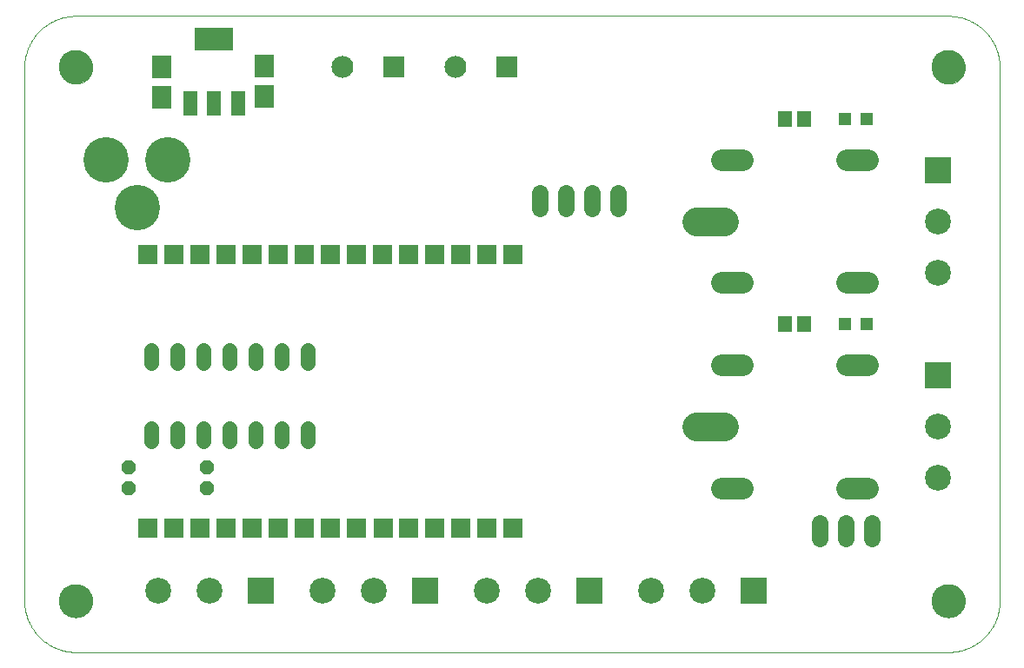
<source format=gts>
G75*
%MOIN*%
%OFA0B0*%
%FSLAX25Y25*%
%IPPOS*%
%LPD*%
%AMOC8*
5,1,8,0,0,1.08239X$1,22.5*
%
%ADD10C,0.00000*%
%ADD11R,0.07487X0.08865*%
%ADD12R,0.05200X0.09200*%
%ADD13R,0.14573X0.09061*%
%ADD14C,0.17400*%
%ADD15R,0.09900X0.09900*%
%ADD16C,0.09900*%
%ADD17R,0.07400X0.07400*%
%ADD18C,0.12998*%
%ADD19C,0.05600*%
%ADD20C,0.08200*%
%ADD21C,0.11050*%
%ADD22R,0.05518X0.06306*%
%ADD23R,0.05124X0.05124*%
%ADD24C,0.06400*%
%ADD25R,0.08400X0.08400*%
%ADD26C,0.08400*%
%ADD27OC8,0.05600*%
D10*
X0023622Y0002016D02*
X0358268Y0002016D01*
X0351969Y0021701D02*
X0351971Y0021859D01*
X0351977Y0022017D01*
X0351987Y0022175D01*
X0352001Y0022333D01*
X0352019Y0022490D01*
X0352040Y0022647D01*
X0352066Y0022803D01*
X0352096Y0022959D01*
X0352129Y0023114D01*
X0352167Y0023267D01*
X0352208Y0023420D01*
X0352253Y0023572D01*
X0352302Y0023723D01*
X0352355Y0023872D01*
X0352411Y0024020D01*
X0352471Y0024166D01*
X0352535Y0024311D01*
X0352603Y0024454D01*
X0352674Y0024596D01*
X0352748Y0024736D01*
X0352826Y0024873D01*
X0352908Y0025009D01*
X0352992Y0025143D01*
X0353081Y0025274D01*
X0353172Y0025403D01*
X0353267Y0025530D01*
X0353364Y0025655D01*
X0353465Y0025777D01*
X0353569Y0025896D01*
X0353676Y0026013D01*
X0353786Y0026127D01*
X0353899Y0026238D01*
X0354014Y0026347D01*
X0354132Y0026452D01*
X0354253Y0026554D01*
X0354376Y0026654D01*
X0354502Y0026750D01*
X0354630Y0026843D01*
X0354760Y0026933D01*
X0354893Y0027019D01*
X0355028Y0027103D01*
X0355164Y0027182D01*
X0355303Y0027259D01*
X0355444Y0027331D01*
X0355586Y0027401D01*
X0355730Y0027466D01*
X0355876Y0027528D01*
X0356023Y0027586D01*
X0356172Y0027641D01*
X0356322Y0027692D01*
X0356473Y0027739D01*
X0356625Y0027782D01*
X0356778Y0027821D01*
X0356933Y0027857D01*
X0357088Y0027888D01*
X0357244Y0027916D01*
X0357400Y0027940D01*
X0357557Y0027960D01*
X0357715Y0027976D01*
X0357872Y0027988D01*
X0358031Y0027996D01*
X0358189Y0028000D01*
X0358347Y0028000D01*
X0358505Y0027996D01*
X0358664Y0027988D01*
X0358821Y0027976D01*
X0358979Y0027960D01*
X0359136Y0027940D01*
X0359292Y0027916D01*
X0359448Y0027888D01*
X0359603Y0027857D01*
X0359758Y0027821D01*
X0359911Y0027782D01*
X0360063Y0027739D01*
X0360214Y0027692D01*
X0360364Y0027641D01*
X0360513Y0027586D01*
X0360660Y0027528D01*
X0360806Y0027466D01*
X0360950Y0027401D01*
X0361092Y0027331D01*
X0361233Y0027259D01*
X0361372Y0027182D01*
X0361508Y0027103D01*
X0361643Y0027019D01*
X0361776Y0026933D01*
X0361906Y0026843D01*
X0362034Y0026750D01*
X0362160Y0026654D01*
X0362283Y0026554D01*
X0362404Y0026452D01*
X0362522Y0026347D01*
X0362637Y0026238D01*
X0362750Y0026127D01*
X0362860Y0026013D01*
X0362967Y0025896D01*
X0363071Y0025777D01*
X0363172Y0025655D01*
X0363269Y0025530D01*
X0363364Y0025403D01*
X0363455Y0025274D01*
X0363544Y0025143D01*
X0363628Y0025009D01*
X0363710Y0024873D01*
X0363788Y0024736D01*
X0363862Y0024596D01*
X0363933Y0024454D01*
X0364001Y0024311D01*
X0364065Y0024166D01*
X0364125Y0024020D01*
X0364181Y0023872D01*
X0364234Y0023723D01*
X0364283Y0023572D01*
X0364328Y0023420D01*
X0364369Y0023267D01*
X0364407Y0023114D01*
X0364440Y0022959D01*
X0364470Y0022803D01*
X0364496Y0022647D01*
X0364517Y0022490D01*
X0364535Y0022333D01*
X0364549Y0022175D01*
X0364559Y0022017D01*
X0364565Y0021859D01*
X0364567Y0021701D01*
X0364565Y0021543D01*
X0364559Y0021385D01*
X0364549Y0021227D01*
X0364535Y0021069D01*
X0364517Y0020912D01*
X0364496Y0020755D01*
X0364470Y0020599D01*
X0364440Y0020443D01*
X0364407Y0020288D01*
X0364369Y0020135D01*
X0364328Y0019982D01*
X0364283Y0019830D01*
X0364234Y0019679D01*
X0364181Y0019530D01*
X0364125Y0019382D01*
X0364065Y0019236D01*
X0364001Y0019091D01*
X0363933Y0018948D01*
X0363862Y0018806D01*
X0363788Y0018666D01*
X0363710Y0018529D01*
X0363628Y0018393D01*
X0363544Y0018259D01*
X0363455Y0018128D01*
X0363364Y0017999D01*
X0363269Y0017872D01*
X0363172Y0017747D01*
X0363071Y0017625D01*
X0362967Y0017506D01*
X0362860Y0017389D01*
X0362750Y0017275D01*
X0362637Y0017164D01*
X0362522Y0017055D01*
X0362404Y0016950D01*
X0362283Y0016848D01*
X0362160Y0016748D01*
X0362034Y0016652D01*
X0361906Y0016559D01*
X0361776Y0016469D01*
X0361643Y0016383D01*
X0361508Y0016299D01*
X0361372Y0016220D01*
X0361233Y0016143D01*
X0361092Y0016071D01*
X0360950Y0016001D01*
X0360806Y0015936D01*
X0360660Y0015874D01*
X0360513Y0015816D01*
X0360364Y0015761D01*
X0360214Y0015710D01*
X0360063Y0015663D01*
X0359911Y0015620D01*
X0359758Y0015581D01*
X0359603Y0015545D01*
X0359448Y0015514D01*
X0359292Y0015486D01*
X0359136Y0015462D01*
X0358979Y0015442D01*
X0358821Y0015426D01*
X0358664Y0015414D01*
X0358505Y0015406D01*
X0358347Y0015402D01*
X0358189Y0015402D01*
X0358031Y0015406D01*
X0357872Y0015414D01*
X0357715Y0015426D01*
X0357557Y0015442D01*
X0357400Y0015462D01*
X0357244Y0015486D01*
X0357088Y0015514D01*
X0356933Y0015545D01*
X0356778Y0015581D01*
X0356625Y0015620D01*
X0356473Y0015663D01*
X0356322Y0015710D01*
X0356172Y0015761D01*
X0356023Y0015816D01*
X0355876Y0015874D01*
X0355730Y0015936D01*
X0355586Y0016001D01*
X0355444Y0016071D01*
X0355303Y0016143D01*
X0355164Y0016220D01*
X0355028Y0016299D01*
X0354893Y0016383D01*
X0354760Y0016469D01*
X0354630Y0016559D01*
X0354502Y0016652D01*
X0354376Y0016748D01*
X0354253Y0016848D01*
X0354132Y0016950D01*
X0354014Y0017055D01*
X0353899Y0017164D01*
X0353786Y0017275D01*
X0353676Y0017389D01*
X0353569Y0017506D01*
X0353465Y0017625D01*
X0353364Y0017747D01*
X0353267Y0017872D01*
X0353172Y0017999D01*
X0353081Y0018128D01*
X0352992Y0018259D01*
X0352908Y0018393D01*
X0352826Y0018529D01*
X0352748Y0018666D01*
X0352674Y0018806D01*
X0352603Y0018948D01*
X0352535Y0019091D01*
X0352471Y0019236D01*
X0352411Y0019382D01*
X0352355Y0019530D01*
X0352302Y0019679D01*
X0352253Y0019830D01*
X0352208Y0019982D01*
X0352167Y0020135D01*
X0352129Y0020288D01*
X0352096Y0020443D01*
X0352066Y0020599D01*
X0352040Y0020755D01*
X0352019Y0020912D01*
X0352001Y0021069D01*
X0351987Y0021227D01*
X0351977Y0021385D01*
X0351971Y0021543D01*
X0351969Y0021701D01*
X0358268Y0002016D02*
X0358744Y0002022D01*
X0359219Y0002039D01*
X0359694Y0002068D01*
X0360168Y0002108D01*
X0360641Y0002160D01*
X0361112Y0002223D01*
X0361582Y0002297D01*
X0362050Y0002383D01*
X0362516Y0002480D01*
X0362979Y0002588D01*
X0363439Y0002707D01*
X0363897Y0002838D01*
X0364351Y0002979D01*
X0364802Y0003132D01*
X0365248Y0003295D01*
X0365691Y0003469D01*
X0366129Y0003654D01*
X0366563Y0003849D01*
X0366992Y0004055D01*
X0367416Y0004271D01*
X0367835Y0004497D01*
X0368248Y0004733D01*
X0368655Y0004979D01*
X0369056Y0005235D01*
X0369450Y0005501D01*
X0369839Y0005776D01*
X0370220Y0006060D01*
X0370594Y0006353D01*
X0370962Y0006655D01*
X0371322Y0006967D01*
X0371674Y0007286D01*
X0372018Y0007614D01*
X0372355Y0007951D01*
X0372683Y0008295D01*
X0373002Y0008647D01*
X0373314Y0009007D01*
X0373616Y0009375D01*
X0373909Y0009749D01*
X0374193Y0010130D01*
X0374468Y0010519D01*
X0374734Y0010913D01*
X0374990Y0011314D01*
X0375236Y0011721D01*
X0375472Y0012134D01*
X0375698Y0012553D01*
X0375914Y0012977D01*
X0376120Y0013406D01*
X0376315Y0013840D01*
X0376500Y0014278D01*
X0376674Y0014721D01*
X0376837Y0015167D01*
X0376990Y0015618D01*
X0377131Y0016072D01*
X0377262Y0016530D01*
X0377381Y0016990D01*
X0377489Y0017453D01*
X0377586Y0017919D01*
X0377672Y0018387D01*
X0377746Y0018857D01*
X0377809Y0019328D01*
X0377861Y0019801D01*
X0377901Y0020275D01*
X0377930Y0020750D01*
X0377947Y0021225D01*
X0377953Y0021701D01*
X0377953Y0226425D01*
X0351969Y0226425D02*
X0351971Y0226583D01*
X0351977Y0226741D01*
X0351987Y0226899D01*
X0352001Y0227057D01*
X0352019Y0227214D01*
X0352040Y0227371D01*
X0352066Y0227527D01*
X0352096Y0227683D01*
X0352129Y0227838D01*
X0352167Y0227991D01*
X0352208Y0228144D01*
X0352253Y0228296D01*
X0352302Y0228447D01*
X0352355Y0228596D01*
X0352411Y0228744D01*
X0352471Y0228890D01*
X0352535Y0229035D01*
X0352603Y0229178D01*
X0352674Y0229320D01*
X0352748Y0229460D01*
X0352826Y0229597D01*
X0352908Y0229733D01*
X0352992Y0229867D01*
X0353081Y0229998D01*
X0353172Y0230127D01*
X0353267Y0230254D01*
X0353364Y0230379D01*
X0353465Y0230501D01*
X0353569Y0230620D01*
X0353676Y0230737D01*
X0353786Y0230851D01*
X0353899Y0230962D01*
X0354014Y0231071D01*
X0354132Y0231176D01*
X0354253Y0231278D01*
X0354376Y0231378D01*
X0354502Y0231474D01*
X0354630Y0231567D01*
X0354760Y0231657D01*
X0354893Y0231743D01*
X0355028Y0231827D01*
X0355164Y0231906D01*
X0355303Y0231983D01*
X0355444Y0232055D01*
X0355586Y0232125D01*
X0355730Y0232190D01*
X0355876Y0232252D01*
X0356023Y0232310D01*
X0356172Y0232365D01*
X0356322Y0232416D01*
X0356473Y0232463D01*
X0356625Y0232506D01*
X0356778Y0232545D01*
X0356933Y0232581D01*
X0357088Y0232612D01*
X0357244Y0232640D01*
X0357400Y0232664D01*
X0357557Y0232684D01*
X0357715Y0232700D01*
X0357872Y0232712D01*
X0358031Y0232720D01*
X0358189Y0232724D01*
X0358347Y0232724D01*
X0358505Y0232720D01*
X0358664Y0232712D01*
X0358821Y0232700D01*
X0358979Y0232684D01*
X0359136Y0232664D01*
X0359292Y0232640D01*
X0359448Y0232612D01*
X0359603Y0232581D01*
X0359758Y0232545D01*
X0359911Y0232506D01*
X0360063Y0232463D01*
X0360214Y0232416D01*
X0360364Y0232365D01*
X0360513Y0232310D01*
X0360660Y0232252D01*
X0360806Y0232190D01*
X0360950Y0232125D01*
X0361092Y0232055D01*
X0361233Y0231983D01*
X0361372Y0231906D01*
X0361508Y0231827D01*
X0361643Y0231743D01*
X0361776Y0231657D01*
X0361906Y0231567D01*
X0362034Y0231474D01*
X0362160Y0231378D01*
X0362283Y0231278D01*
X0362404Y0231176D01*
X0362522Y0231071D01*
X0362637Y0230962D01*
X0362750Y0230851D01*
X0362860Y0230737D01*
X0362967Y0230620D01*
X0363071Y0230501D01*
X0363172Y0230379D01*
X0363269Y0230254D01*
X0363364Y0230127D01*
X0363455Y0229998D01*
X0363544Y0229867D01*
X0363628Y0229733D01*
X0363710Y0229597D01*
X0363788Y0229460D01*
X0363862Y0229320D01*
X0363933Y0229178D01*
X0364001Y0229035D01*
X0364065Y0228890D01*
X0364125Y0228744D01*
X0364181Y0228596D01*
X0364234Y0228447D01*
X0364283Y0228296D01*
X0364328Y0228144D01*
X0364369Y0227991D01*
X0364407Y0227838D01*
X0364440Y0227683D01*
X0364470Y0227527D01*
X0364496Y0227371D01*
X0364517Y0227214D01*
X0364535Y0227057D01*
X0364549Y0226899D01*
X0364559Y0226741D01*
X0364565Y0226583D01*
X0364567Y0226425D01*
X0364565Y0226267D01*
X0364559Y0226109D01*
X0364549Y0225951D01*
X0364535Y0225793D01*
X0364517Y0225636D01*
X0364496Y0225479D01*
X0364470Y0225323D01*
X0364440Y0225167D01*
X0364407Y0225012D01*
X0364369Y0224859D01*
X0364328Y0224706D01*
X0364283Y0224554D01*
X0364234Y0224403D01*
X0364181Y0224254D01*
X0364125Y0224106D01*
X0364065Y0223960D01*
X0364001Y0223815D01*
X0363933Y0223672D01*
X0363862Y0223530D01*
X0363788Y0223390D01*
X0363710Y0223253D01*
X0363628Y0223117D01*
X0363544Y0222983D01*
X0363455Y0222852D01*
X0363364Y0222723D01*
X0363269Y0222596D01*
X0363172Y0222471D01*
X0363071Y0222349D01*
X0362967Y0222230D01*
X0362860Y0222113D01*
X0362750Y0221999D01*
X0362637Y0221888D01*
X0362522Y0221779D01*
X0362404Y0221674D01*
X0362283Y0221572D01*
X0362160Y0221472D01*
X0362034Y0221376D01*
X0361906Y0221283D01*
X0361776Y0221193D01*
X0361643Y0221107D01*
X0361508Y0221023D01*
X0361372Y0220944D01*
X0361233Y0220867D01*
X0361092Y0220795D01*
X0360950Y0220725D01*
X0360806Y0220660D01*
X0360660Y0220598D01*
X0360513Y0220540D01*
X0360364Y0220485D01*
X0360214Y0220434D01*
X0360063Y0220387D01*
X0359911Y0220344D01*
X0359758Y0220305D01*
X0359603Y0220269D01*
X0359448Y0220238D01*
X0359292Y0220210D01*
X0359136Y0220186D01*
X0358979Y0220166D01*
X0358821Y0220150D01*
X0358664Y0220138D01*
X0358505Y0220130D01*
X0358347Y0220126D01*
X0358189Y0220126D01*
X0358031Y0220130D01*
X0357872Y0220138D01*
X0357715Y0220150D01*
X0357557Y0220166D01*
X0357400Y0220186D01*
X0357244Y0220210D01*
X0357088Y0220238D01*
X0356933Y0220269D01*
X0356778Y0220305D01*
X0356625Y0220344D01*
X0356473Y0220387D01*
X0356322Y0220434D01*
X0356172Y0220485D01*
X0356023Y0220540D01*
X0355876Y0220598D01*
X0355730Y0220660D01*
X0355586Y0220725D01*
X0355444Y0220795D01*
X0355303Y0220867D01*
X0355164Y0220944D01*
X0355028Y0221023D01*
X0354893Y0221107D01*
X0354760Y0221193D01*
X0354630Y0221283D01*
X0354502Y0221376D01*
X0354376Y0221472D01*
X0354253Y0221572D01*
X0354132Y0221674D01*
X0354014Y0221779D01*
X0353899Y0221888D01*
X0353786Y0221999D01*
X0353676Y0222113D01*
X0353569Y0222230D01*
X0353465Y0222349D01*
X0353364Y0222471D01*
X0353267Y0222596D01*
X0353172Y0222723D01*
X0353081Y0222852D01*
X0352992Y0222983D01*
X0352908Y0223117D01*
X0352826Y0223253D01*
X0352748Y0223390D01*
X0352674Y0223530D01*
X0352603Y0223672D01*
X0352535Y0223815D01*
X0352471Y0223960D01*
X0352411Y0224106D01*
X0352355Y0224254D01*
X0352302Y0224403D01*
X0352253Y0224554D01*
X0352208Y0224706D01*
X0352167Y0224859D01*
X0352129Y0225012D01*
X0352096Y0225167D01*
X0352066Y0225323D01*
X0352040Y0225479D01*
X0352019Y0225636D01*
X0352001Y0225793D01*
X0351987Y0225951D01*
X0351977Y0226109D01*
X0351971Y0226267D01*
X0351969Y0226425D01*
X0358268Y0246110D02*
X0358744Y0246104D01*
X0359219Y0246087D01*
X0359694Y0246058D01*
X0360168Y0246018D01*
X0360641Y0245966D01*
X0361112Y0245903D01*
X0361582Y0245829D01*
X0362050Y0245743D01*
X0362516Y0245646D01*
X0362979Y0245538D01*
X0363439Y0245419D01*
X0363897Y0245288D01*
X0364351Y0245147D01*
X0364802Y0244994D01*
X0365248Y0244831D01*
X0365691Y0244657D01*
X0366129Y0244472D01*
X0366563Y0244277D01*
X0366992Y0244071D01*
X0367416Y0243855D01*
X0367835Y0243629D01*
X0368248Y0243393D01*
X0368655Y0243147D01*
X0369056Y0242891D01*
X0369450Y0242625D01*
X0369839Y0242350D01*
X0370220Y0242066D01*
X0370594Y0241773D01*
X0370962Y0241471D01*
X0371322Y0241159D01*
X0371674Y0240840D01*
X0372018Y0240512D01*
X0372355Y0240175D01*
X0372683Y0239831D01*
X0373002Y0239479D01*
X0373314Y0239119D01*
X0373616Y0238751D01*
X0373909Y0238377D01*
X0374193Y0237996D01*
X0374468Y0237607D01*
X0374734Y0237213D01*
X0374990Y0236812D01*
X0375236Y0236405D01*
X0375472Y0235992D01*
X0375698Y0235573D01*
X0375914Y0235149D01*
X0376120Y0234720D01*
X0376315Y0234286D01*
X0376500Y0233848D01*
X0376674Y0233405D01*
X0376837Y0232959D01*
X0376990Y0232508D01*
X0377131Y0232054D01*
X0377262Y0231596D01*
X0377381Y0231136D01*
X0377489Y0230673D01*
X0377586Y0230207D01*
X0377672Y0229739D01*
X0377746Y0229269D01*
X0377809Y0228798D01*
X0377861Y0228325D01*
X0377901Y0227851D01*
X0377930Y0227376D01*
X0377947Y0226901D01*
X0377953Y0226425D01*
X0358268Y0246110D02*
X0023622Y0246110D01*
X0017323Y0226425D02*
X0017325Y0226583D01*
X0017331Y0226741D01*
X0017341Y0226899D01*
X0017355Y0227057D01*
X0017373Y0227214D01*
X0017394Y0227371D01*
X0017420Y0227527D01*
X0017450Y0227683D01*
X0017483Y0227838D01*
X0017521Y0227991D01*
X0017562Y0228144D01*
X0017607Y0228296D01*
X0017656Y0228447D01*
X0017709Y0228596D01*
X0017765Y0228744D01*
X0017825Y0228890D01*
X0017889Y0229035D01*
X0017957Y0229178D01*
X0018028Y0229320D01*
X0018102Y0229460D01*
X0018180Y0229597D01*
X0018262Y0229733D01*
X0018346Y0229867D01*
X0018435Y0229998D01*
X0018526Y0230127D01*
X0018621Y0230254D01*
X0018718Y0230379D01*
X0018819Y0230501D01*
X0018923Y0230620D01*
X0019030Y0230737D01*
X0019140Y0230851D01*
X0019253Y0230962D01*
X0019368Y0231071D01*
X0019486Y0231176D01*
X0019607Y0231278D01*
X0019730Y0231378D01*
X0019856Y0231474D01*
X0019984Y0231567D01*
X0020114Y0231657D01*
X0020247Y0231743D01*
X0020382Y0231827D01*
X0020518Y0231906D01*
X0020657Y0231983D01*
X0020798Y0232055D01*
X0020940Y0232125D01*
X0021084Y0232190D01*
X0021230Y0232252D01*
X0021377Y0232310D01*
X0021526Y0232365D01*
X0021676Y0232416D01*
X0021827Y0232463D01*
X0021979Y0232506D01*
X0022132Y0232545D01*
X0022287Y0232581D01*
X0022442Y0232612D01*
X0022598Y0232640D01*
X0022754Y0232664D01*
X0022911Y0232684D01*
X0023069Y0232700D01*
X0023226Y0232712D01*
X0023385Y0232720D01*
X0023543Y0232724D01*
X0023701Y0232724D01*
X0023859Y0232720D01*
X0024018Y0232712D01*
X0024175Y0232700D01*
X0024333Y0232684D01*
X0024490Y0232664D01*
X0024646Y0232640D01*
X0024802Y0232612D01*
X0024957Y0232581D01*
X0025112Y0232545D01*
X0025265Y0232506D01*
X0025417Y0232463D01*
X0025568Y0232416D01*
X0025718Y0232365D01*
X0025867Y0232310D01*
X0026014Y0232252D01*
X0026160Y0232190D01*
X0026304Y0232125D01*
X0026446Y0232055D01*
X0026587Y0231983D01*
X0026726Y0231906D01*
X0026862Y0231827D01*
X0026997Y0231743D01*
X0027130Y0231657D01*
X0027260Y0231567D01*
X0027388Y0231474D01*
X0027514Y0231378D01*
X0027637Y0231278D01*
X0027758Y0231176D01*
X0027876Y0231071D01*
X0027991Y0230962D01*
X0028104Y0230851D01*
X0028214Y0230737D01*
X0028321Y0230620D01*
X0028425Y0230501D01*
X0028526Y0230379D01*
X0028623Y0230254D01*
X0028718Y0230127D01*
X0028809Y0229998D01*
X0028898Y0229867D01*
X0028982Y0229733D01*
X0029064Y0229597D01*
X0029142Y0229460D01*
X0029216Y0229320D01*
X0029287Y0229178D01*
X0029355Y0229035D01*
X0029419Y0228890D01*
X0029479Y0228744D01*
X0029535Y0228596D01*
X0029588Y0228447D01*
X0029637Y0228296D01*
X0029682Y0228144D01*
X0029723Y0227991D01*
X0029761Y0227838D01*
X0029794Y0227683D01*
X0029824Y0227527D01*
X0029850Y0227371D01*
X0029871Y0227214D01*
X0029889Y0227057D01*
X0029903Y0226899D01*
X0029913Y0226741D01*
X0029919Y0226583D01*
X0029921Y0226425D01*
X0029919Y0226267D01*
X0029913Y0226109D01*
X0029903Y0225951D01*
X0029889Y0225793D01*
X0029871Y0225636D01*
X0029850Y0225479D01*
X0029824Y0225323D01*
X0029794Y0225167D01*
X0029761Y0225012D01*
X0029723Y0224859D01*
X0029682Y0224706D01*
X0029637Y0224554D01*
X0029588Y0224403D01*
X0029535Y0224254D01*
X0029479Y0224106D01*
X0029419Y0223960D01*
X0029355Y0223815D01*
X0029287Y0223672D01*
X0029216Y0223530D01*
X0029142Y0223390D01*
X0029064Y0223253D01*
X0028982Y0223117D01*
X0028898Y0222983D01*
X0028809Y0222852D01*
X0028718Y0222723D01*
X0028623Y0222596D01*
X0028526Y0222471D01*
X0028425Y0222349D01*
X0028321Y0222230D01*
X0028214Y0222113D01*
X0028104Y0221999D01*
X0027991Y0221888D01*
X0027876Y0221779D01*
X0027758Y0221674D01*
X0027637Y0221572D01*
X0027514Y0221472D01*
X0027388Y0221376D01*
X0027260Y0221283D01*
X0027130Y0221193D01*
X0026997Y0221107D01*
X0026862Y0221023D01*
X0026726Y0220944D01*
X0026587Y0220867D01*
X0026446Y0220795D01*
X0026304Y0220725D01*
X0026160Y0220660D01*
X0026014Y0220598D01*
X0025867Y0220540D01*
X0025718Y0220485D01*
X0025568Y0220434D01*
X0025417Y0220387D01*
X0025265Y0220344D01*
X0025112Y0220305D01*
X0024957Y0220269D01*
X0024802Y0220238D01*
X0024646Y0220210D01*
X0024490Y0220186D01*
X0024333Y0220166D01*
X0024175Y0220150D01*
X0024018Y0220138D01*
X0023859Y0220130D01*
X0023701Y0220126D01*
X0023543Y0220126D01*
X0023385Y0220130D01*
X0023226Y0220138D01*
X0023069Y0220150D01*
X0022911Y0220166D01*
X0022754Y0220186D01*
X0022598Y0220210D01*
X0022442Y0220238D01*
X0022287Y0220269D01*
X0022132Y0220305D01*
X0021979Y0220344D01*
X0021827Y0220387D01*
X0021676Y0220434D01*
X0021526Y0220485D01*
X0021377Y0220540D01*
X0021230Y0220598D01*
X0021084Y0220660D01*
X0020940Y0220725D01*
X0020798Y0220795D01*
X0020657Y0220867D01*
X0020518Y0220944D01*
X0020382Y0221023D01*
X0020247Y0221107D01*
X0020114Y0221193D01*
X0019984Y0221283D01*
X0019856Y0221376D01*
X0019730Y0221472D01*
X0019607Y0221572D01*
X0019486Y0221674D01*
X0019368Y0221779D01*
X0019253Y0221888D01*
X0019140Y0221999D01*
X0019030Y0222113D01*
X0018923Y0222230D01*
X0018819Y0222349D01*
X0018718Y0222471D01*
X0018621Y0222596D01*
X0018526Y0222723D01*
X0018435Y0222852D01*
X0018346Y0222983D01*
X0018262Y0223117D01*
X0018180Y0223253D01*
X0018102Y0223390D01*
X0018028Y0223530D01*
X0017957Y0223672D01*
X0017889Y0223815D01*
X0017825Y0223960D01*
X0017765Y0224106D01*
X0017709Y0224254D01*
X0017656Y0224403D01*
X0017607Y0224554D01*
X0017562Y0224706D01*
X0017521Y0224859D01*
X0017483Y0225012D01*
X0017450Y0225167D01*
X0017420Y0225323D01*
X0017394Y0225479D01*
X0017373Y0225636D01*
X0017355Y0225793D01*
X0017341Y0225951D01*
X0017331Y0226109D01*
X0017325Y0226267D01*
X0017323Y0226425D01*
X0003937Y0226425D02*
X0003943Y0226901D01*
X0003960Y0227376D01*
X0003989Y0227851D01*
X0004029Y0228325D01*
X0004081Y0228798D01*
X0004144Y0229269D01*
X0004218Y0229739D01*
X0004304Y0230207D01*
X0004401Y0230673D01*
X0004509Y0231136D01*
X0004628Y0231596D01*
X0004759Y0232054D01*
X0004900Y0232508D01*
X0005053Y0232959D01*
X0005216Y0233405D01*
X0005390Y0233848D01*
X0005575Y0234286D01*
X0005770Y0234720D01*
X0005976Y0235149D01*
X0006192Y0235573D01*
X0006418Y0235992D01*
X0006654Y0236405D01*
X0006900Y0236812D01*
X0007156Y0237213D01*
X0007422Y0237607D01*
X0007697Y0237996D01*
X0007981Y0238377D01*
X0008274Y0238751D01*
X0008576Y0239119D01*
X0008888Y0239479D01*
X0009207Y0239831D01*
X0009535Y0240175D01*
X0009872Y0240512D01*
X0010216Y0240840D01*
X0010568Y0241159D01*
X0010928Y0241471D01*
X0011296Y0241773D01*
X0011670Y0242066D01*
X0012051Y0242350D01*
X0012440Y0242625D01*
X0012834Y0242891D01*
X0013235Y0243147D01*
X0013642Y0243393D01*
X0014055Y0243629D01*
X0014474Y0243855D01*
X0014898Y0244071D01*
X0015327Y0244277D01*
X0015761Y0244472D01*
X0016199Y0244657D01*
X0016642Y0244831D01*
X0017088Y0244994D01*
X0017539Y0245147D01*
X0017993Y0245288D01*
X0018451Y0245419D01*
X0018911Y0245538D01*
X0019374Y0245646D01*
X0019840Y0245743D01*
X0020308Y0245829D01*
X0020778Y0245903D01*
X0021249Y0245966D01*
X0021722Y0246018D01*
X0022196Y0246058D01*
X0022671Y0246087D01*
X0023146Y0246104D01*
X0023622Y0246110D01*
X0003937Y0226425D02*
X0003937Y0021701D01*
X0017323Y0021701D02*
X0017325Y0021859D01*
X0017331Y0022017D01*
X0017341Y0022175D01*
X0017355Y0022333D01*
X0017373Y0022490D01*
X0017394Y0022647D01*
X0017420Y0022803D01*
X0017450Y0022959D01*
X0017483Y0023114D01*
X0017521Y0023267D01*
X0017562Y0023420D01*
X0017607Y0023572D01*
X0017656Y0023723D01*
X0017709Y0023872D01*
X0017765Y0024020D01*
X0017825Y0024166D01*
X0017889Y0024311D01*
X0017957Y0024454D01*
X0018028Y0024596D01*
X0018102Y0024736D01*
X0018180Y0024873D01*
X0018262Y0025009D01*
X0018346Y0025143D01*
X0018435Y0025274D01*
X0018526Y0025403D01*
X0018621Y0025530D01*
X0018718Y0025655D01*
X0018819Y0025777D01*
X0018923Y0025896D01*
X0019030Y0026013D01*
X0019140Y0026127D01*
X0019253Y0026238D01*
X0019368Y0026347D01*
X0019486Y0026452D01*
X0019607Y0026554D01*
X0019730Y0026654D01*
X0019856Y0026750D01*
X0019984Y0026843D01*
X0020114Y0026933D01*
X0020247Y0027019D01*
X0020382Y0027103D01*
X0020518Y0027182D01*
X0020657Y0027259D01*
X0020798Y0027331D01*
X0020940Y0027401D01*
X0021084Y0027466D01*
X0021230Y0027528D01*
X0021377Y0027586D01*
X0021526Y0027641D01*
X0021676Y0027692D01*
X0021827Y0027739D01*
X0021979Y0027782D01*
X0022132Y0027821D01*
X0022287Y0027857D01*
X0022442Y0027888D01*
X0022598Y0027916D01*
X0022754Y0027940D01*
X0022911Y0027960D01*
X0023069Y0027976D01*
X0023226Y0027988D01*
X0023385Y0027996D01*
X0023543Y0028000D01*
X0023701Y0028000D01*
X0023859Y0027996D01*
X0024018Y0027988D01*
X0024175Y0027976D01*
X0024333Y0027960D01*
X0024490Y0027940D01*
X0024646Y0027916D01*
X0024802Y0027888D01*
X0024957Y0027857D01*
X0025112Y0027821D01*
X0025265Y0027782D01*
X0025417Y0027739D01*
X0025568Y0027692D01*
X0025718Y0027641D01*
X0025867Y0027586D01*
X0026014Y0027528D01*
X0026160Y0027466D01*
X0026304Y0027401D01*
X0026446Y0027331D01*
X0026587Y0027259D01*
X0026726Y0027182D01*
X0026862Y0027103D01*
X0026997Y0027019D01*
X0027130Y0026933D01*
X0027260Y0026843D01*
X0027388Y0026750D01*
X0027514Y0026654D01*
X0027637Y0026554D01*
X0027758Y0026452D01*
X0027876Y0026347D01*
X0027991Y0026238D01*
X0028104Y0026127D01*
X0028214Y0026013D01*
X0028321Y0025896D01*
X0028425Y0025777D01*
X0028526Y0025655D01*
X0028623Y0025530D01*
X0028718Y0025403D01*
X0028809Y0025274D01*
X0028898Y0025143D01*
X0028982Y0025009D01*
X0029064Y0024873D01*
X0029142Y0024736D01*
X0029216Y0024596D01*
X0029287Y0024454D01*
X0029355Y0024311D01*
X0029419Y0024166D01*
X0029479Y0024020D01*
X0029535Y0023872D01*
X0029588Y0023723D01*
X0029637Y0023572D01*
X0029682Y0023420D01*
X0029723Y0023267D01*
X0029761Y0023114D01*
X0029794Y0022959D01*
X0029824Y0022803D01*
X0029850Y0022647D01*
X0029871Y0022490D01*
X0029889Y0022333D01*
X0029903Y0022175D01*
X0029913Y0022017D01*
X0029919Y0021859D01*
X0029921Y0021701D01*
X0029919Y0021543D01*
X0029913Y0021385D01*
X0029903Y0021227D01*
X0029889Y0021069D01*
X0029871Y0020912D01*
X0029850Y0020755D01*
X0029824Y0020599D01*
X0029794Y0020443D01*
X0029761Y0020288D01*
X0029723Y0020135D01*
X0029682Y0019982D01*
X0029637Y0019830D01*
X0029588Y0019679D01*
X0029535Y0019530D01*
X0029479Y0019382D01*
X0029419Y0019236D01*
X0029355Y0019091D01*
X0029287Y0018948D01*
X0029216Y0018806D01*
X0029142Y0018666D01*
X0029064Y0018529D01*
X0028982Y0018393D01*
X0028898Y0018259D01*
X0028809Y0018128D01*
X0028718Y0017999D01*
X0028623Y0017872D01*
X0028526Y0017747D01*
X0028425Y0017625D01*
X0028321Y0017506D01*
X0028214Y0017389D01*
X0028104Y0017275D01*
X0027991Y0017164D01*
X0027876Y0017055D01*
X0027758Y0016950D01*
X0027637Y0016848D01*
X0027514Y0016748D01*
X0027388Y0016652D01*
X0027260Y0016559D01*
X0027130Y0016469D01*
X0026997Y0016383D01*
X0026862Y0016299D01*
X0026726Y0016220D01*
X0026587Y0016143D01*
X0026446Y0016071D01*
X0026304Y0016001D01*
X0026160Y0015936D01*
X0026014Y0015874D01*
X0025867Y0015816D01*
X0025718Y0015761D01*
X0025568Y0015710D01*
X0025417Y0015663D01*
X0025265Y0015620D01*
X0025112Y0015581D01*
X0024957Y0015545D01*
X0024802Y0015514D01*
X0024646Y0015486D01*
X0024490Y0015462D01*
X0024333Y0015442D01*
X0024175Y0015426D01*
X0024018Y0015414D01*
X0023859Y0015406D01*
X0023701Y0015402D01*
X0023543Y0015402D01*
X0023385Y0015406D01*
X0023226Y0015414D01*
X0023069Y0015426D01*
X0022911Y0015442D01*
X0022754Y0015462D01*
X0022598Y0015486D01*
X0022442Y0015514D01*
X0022287Y0015545D01*
X0022132Y0015581D01*
X0021979Y0015620D01*
X0021827Y0015663D01*
X0021676Y0015710D01*
X0021526Y0015761D01*
X0021377Y0015816D01*
X0021230Y0015874D01*
X0021084Y0015936D01*
X0020940Y0016001D01*
X0020798Y0016071D01*
X0020657Y0016143D01*
X0020518Y0016220D01*
X0020382Y0016299D01*
X0020247Y0016383D01*
X0020114Y0016469D01*
X0019984Y0016559D01*
X0019856Y0016652D01*
X0019730Y0016748D01*
X0019607Y0016848D01*
X0019486Y0016950D01*
X0019368Y0017055D01*
X0019253Y0017164D01*
X0019140Y0017275D01*
X0019030Y0017389D01*
X0018923Y0017506D01*
X0018819Y0017625D01*
X0018718Y0017747D01*
X0018621Y0017872D01*
X0018526Y0017999D01*
X0018435Y0018128D01*
X0018346Y0018259D01*
X0018262Y0018393D01*
X0018180Y0018529D01*
X0018102Y0018666D01*
X0018028Y0018806D01*
X0017957Y0018948D01*
X0017889Y0019091D01*
X0017825Y0019236D01*
X0017765Y0019382D01*
X0017709Y0019530D01*
X0017656Y0019679D01*
X0017607Y0019830D01*
X0017562Y0019982D01*
X0017521Y0020135D01*
X0017483Y0020288D01*
X0017450Y0020443D01*
X0017420Y0020599D01*
X0017394Y0020755D01*
X0017373Y0020912D01*
X0017355Y0021069D01*
X0017341Y0021227D01*
X0017331Y0021385D01*
X0017325Y0021543D01*
X0017323Y0021701D01*
X0003937Y0021701D02*
X0003943Y0021225D01*
X0003960Y0020750D01*
X0003989Y0020275D01*
X0004029Y0019801D01*
X0004081Y0019328D01*
X0004144Y0018857D01*
X0004218Y0018387D01*
X0004304Y0017919D01*
X0004401Y0017453D01*
X0004509Y0016990D01*
X0004628Y0016530D01*
X0004759Y0016072D01*
X0004900Y0015618D01*
X0005053Y0015167D01*
X0005216Y0014721D01*
X0005390Y0014278D01*
X0005575Y0013840D01*
X0005770Y0013406D01*
X0005976Y0012977D01*
X0006192Y0012553D01*
X0006418Y0012134D01*
X0006654Y0011721D01*
X0006900Y0011314D01*
X0007156Y0010913D01*
X0007422Y0010519D01*
X0007697Y0010130D01*
X0007981Y0009749D01*
X0008274Y0009375D01*
X0008576Y0009007D01*
X0008888Y0008647D01*
X0009207Y0008295D01*
X0009535Y0007951D01*
X0009872Y0007614D01*
X0010216Y0007286D01*
X0010568Y0006967D01*
X0010928Y0006655D01*
X0011296Y0006353D01*
X0011670Y0006060D01*
X0012051Y0005776D01*
X0012440Y0005501D01*
X0012834Y0005235D01*
X0013235Y0004979D01*
X0013642Y0004733D01*
X0014055Y0004497D01*
X0014474Y0004271D01*
X0014898Y0004055D01*
X0015327Y0003849D01*
X0015761Y0003654D01*
X0016199Y0003469D01*
X0016642Y0003295D01*
X0017088Y0003132D01*
X0017539Y0002979D01*
X0017993Y0002838D01*
X0018451Y0002707D01*
X0018911Y0002588D01*
X0019374Y0002480D01*
X0019840Y0002383D01*
X0020308Y0002297D01*
X0020778Y0002223D01*
X0021249Y0002160D01*
X0021722Y0002108D01*
X0022196Y0002068D01*
X0022671Y0002039D01*
X0023146Y0002022D01*
X0023622Y0002016D01*
D11*
X0056457Y0214949D03*
X0056457Y0226563D03*
X0095827Y0226996D03*
X0095827Y0215382D03*
D12*
X0085832Y0212690D03*
X0076732Y0212690D03*
X0067632Y0212690D03*
D13*
X0076732Y0237091D03*
D14*
X0058937Y0190953D03*
X0035315Y0190953D03*
X0047126Y0172449D03*
D15*
X0094488Y0025638D03*
X0157480Y0025638D03*
X0220472Y0025638D03*
X0283465Y0025638D03*
X0354331Y0108315D03*
X0354331Y0187055D03*
D16*
X0354331Y0167370D03*
X0354331Y0147685D03*
X0354331Y0088630D03*
X0354331Y0068945D03*
X0263780Y0025638D03*
X0244094Y0025638D03*
X0200787Y0025638D03*
X0181102Y0025638D03*
X0137795Y0025638D03*
X0118110Y0025638D03*
X0074803Y0025638D03*
X0055118Y0025638D03*
D17*
X0051220Y0049496D03*
X0061220Y0049496D03*
X0071220Y0049496D03*
X0081220Y0049496D03*
X0091220Y0049496D03*
X0101220Y0049496D03*
X0111220Y0049496D03*
X0121220Y0049496D03*
X0131220Y0049496D03*
X0141614Y0049496D03*
X0151220Y0049496D03*
X0161220Y0049496D03*
X0171220Y0049496D03*
X0181220Y0049496D03*
X0191220Y0049496D03*
X0191220Y0154496D03*
X0181220Y0154496D03*
X0171220Y0154496D03*
X0161220Y0154496D03*
X0151220Y0154496D03*
X0141220Y0154496D03*
X0131220Y0154496D03*
X0121220Y0154496D03*
X0111220Y0154496D03*
X0101220Y0154496D03*
X0091220Y0154496D03*
X0081220Y0154496D03*
X0071220Y0154496D03*
X0061220Y0154496D03*
X0051220Y0154496D03*
D18*
X0023622Y0226425D03*
X0023622Y0021701D03*
X0358268Y0021701D03*
X0358268Y0226425D03*
D19*
X0112677Y0118041D02*
X0112677Y0112841D01*
X0102677Y0112841D02*
X0102677Y0118041D01*
X0092677Y0118041D02*
X0092677Y0112841D01*
X0082677Y0112841D02*
X0082677Y0118041D01*
X0072677Y0118041D02*
X0072677Y0112841D01*
X0062677Y0112841D02*
X0062677Y0118041D01*
X0052677Y0118041D02*
X0052677Y0112841D01*
X0052677Y0088041D02*
X0052677Y0082841D01*
X0062677Y0082841D02*
X0062677Y0088041D01*
X0072677Y0088041D02*
X0072677Y0082841D01*
X0082677Y0082841D02*
X0082677Y0088041D01*
X0092677Y0088041D02*
X0092677Y0082841D01*
X0102677Y0082841D02*
X0102677Y0088041D01*
X0112677Y0088041D02*
X0112677Y0082841D01*
D20*
X0271313Y0065030D02*
X0279113Y0065030D01*
X0319313Y0065030D02*
X0327113Y0065030D01*
X0327113Y0112230D02*
X0319313Y0112230D01*
X0279113Y0112230D02*
X0271313Y0112230D01*
X0271313Y0143770D02*
X0279113Y0143770D01*
X0319313Y0143770D02*
X0327113Y0143770D01*
X0327113Y0190970D02*
X0319313Y0190970D01*
X0279113Y0190970D02*
X0271313Y0190970D01*
D21*
X0272238Y0167370D02*
X0261588Y0167370D01*
X0261588Y0088630D02*
X0272238Y0088630D01*
D22*
X0295472Y0128000D03*
X0302953Y0128000D03*
X0302953Y0206740D03*
X0295472Y0206740D03*
D23*
X0318701Y0206740D03*
X0326969Y0206740D03*
X0326969Y0128000D03*
X0318701Y0128000D03*
D24*
X0231535Y0172244D02*
X0231535Y0178244D01*
X0221535Y0178244D02*
X0221535Y0172244D01*
X0211535Y0172244D02*
X0211535Y0178244D01*
X0201535Y0178244D02*
X0201535Y0172244D01*
X0308898Y0051512D02*
X0308898Y0045512D01*
X0318898Y0045512D02*
X0318898Y0051512D01*
X0328898Y0051512D02*
X0328898Y0045512D01*
D25*
X0188976Y0226425D03*
X0145669Y0226425D03*
D26*
X0125984Y0226425D03*
X0169291Y0226425D03*
D27*
X0074055Y0072882D03*
X0074055Y0065008D03*
X0044055Y0065008D03*
X0044055Y0072882D03*
M02*

</source>
